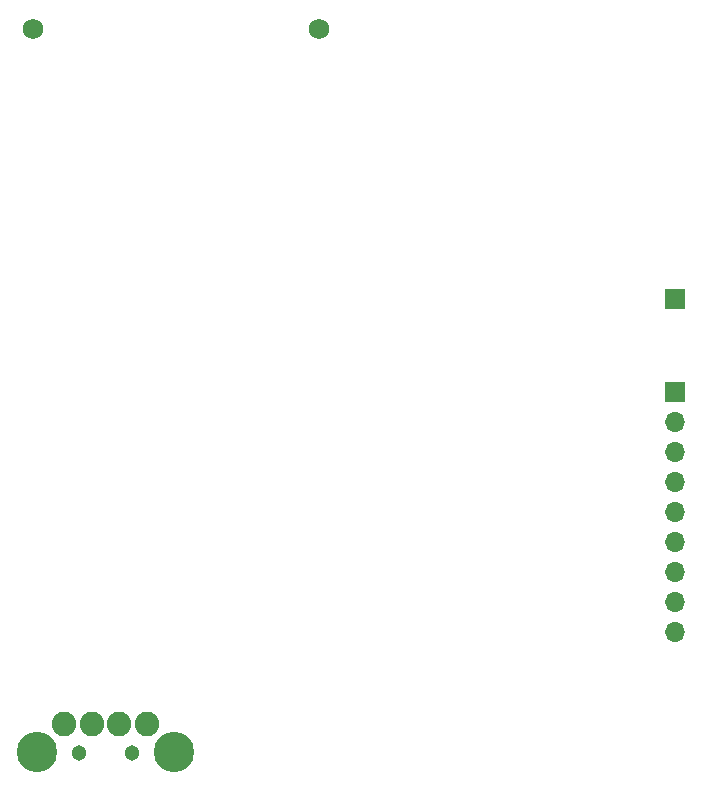
<source format=gbr>
%TF.GenerationSoftware,KiCad,Pcbnew,(6.0.2)*%
%TF.CreationDate,2022-06-02T00:09:37+03:00*%
%TF.ProjectId,BYKR-C2-V00,42594b52-2d43-4322-9d56-30302e6b6963,rev?*%
%TF.SameCoordinates,Original*%
%TF.FileFunction,Soldermask,Bot*%
%TF.FilePolarity,Negative*%
%FSLAX46Y46*%
G04 Gerber Fmt 4.6, Leading zero omitted, Abs format (unit mm)*
G04 Created by KiCad (PCBNEW (6.0.2)) date 2022-06-02 00:09:37*
%MOMM*%
%LPD*%
G01*
G04 APERTURE LIST*
%ADD10C,1.303020*%
%ADD11C,2.082800*%
%ADD12C,3.418840*%
%ADD13C,1.752600*%
%ADD14R,1.700000X1.700000*%
%ADD15O,1.700000X1.700000*%
G04 APERTURE END LIST*
D10*
%TO.C,J1*%
X129797900Y-125768150D03*
X125302100Y-125768150D03*
D11*
X131047580Y-123271330D03*
X128675220Y-123271330D03*
X126424780Y-123271330D03*
X124052420Y-123271330D03*
D12*
X133348820Y-125669090D03*
X121751180Y-125669090D03*
%TD*%
D13*
%TO.C,U2*%
X121412000Y-64449020D03*
X145669000Y-64449020D03*
%TD*%
D14*
%TO.C,J3*%
X175750000Y-87350000D03*
%TD*%
%TO.C,J2*%
X175762572Y-95200000D03*
D15*
X175762572Y-97740000D03*
X175762572Y-100280000D03*
X175762572Y-102820000D03*
X175762572Y-105360000D03*
X175762572Y-107900000D03*
X175762572Y-110440000D03*
X175762572Y-112980000D03*
X175762572Y-115520000D03*
%TD*%
M02*

</source>
